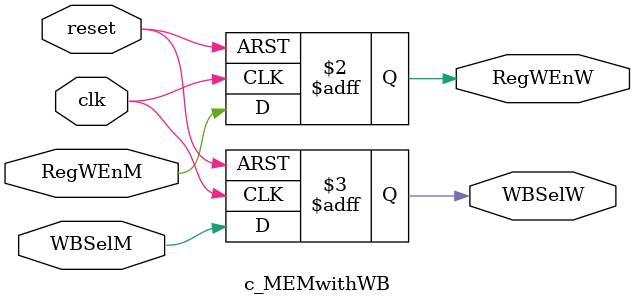
<source format=sv>
`timescale 1ns / 1ps


module c_MEMwithWB(input logic clk, reset, 
                input logic RegWEnM, 
                input logic  WBSelM, 
                output logic RegWEnW, 
                output logic WBSelW);

    always_ff @( posedge clk, posedge reset ) begin
        if (reset) begin
            RegWEnW <= 0;
            WBSelW <= 0;           
        end

        else begin
            RegWEnW <= RegWEnM;
            WBSelW <= WBSelM; // lol this wasted 1 hour
        end

    end

endmodule

</source>
